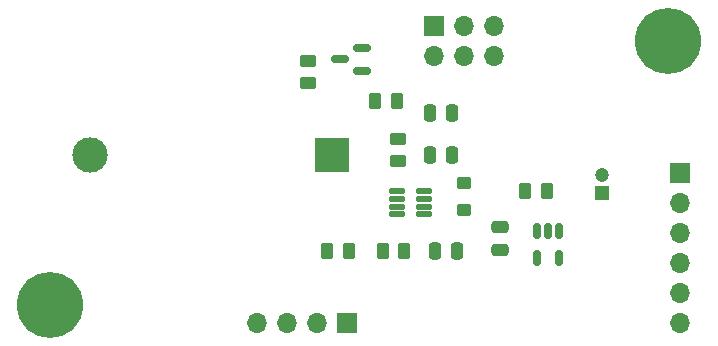
<source format=gbr>
%TF.GenerationSoftware,KiCad,Pcbnew,(6.0.1)*%
%TF.CreationDate,2022-03-15T19:27:33-04:00*%
%TF.ProjectId,Main-Board,4d61696e-2d42-46f6-9172-642e6b696361,rev?*%
%TF.SameCoordinates,Original*%
%TF.FileFunction,Soldermask,Bot*%
%TF.FilePolarity,Negative*%
%FSLAX46Y46*%
G04 Gerber Fmt 4.6, Leading zero omitted, Abs format (unit mm)*
G04 Created by KiCad (PCBNEW (6.0.1)) date 2022-03-15 19:27:33*
%MOMM*%
%LPD*%
G01*
G04 APERTURE LIST*
G04 Aperture macros list*
%AMRoundRect*
0 Rectangle with rounded corners*
0 $1 Rounding radius*
0 $2 $3 $4 $5 $6 $7 $8 $9 X,Y pos of 4 corners*
0 Add a 4 corners polygon primitive as box body*
4,1,4,$2,$3,$4,$5,$6,$7,$8,$9,$2,$3,0*
0 Add four circle primitives for the rounded corners*
1,1,$1+$1,$2,$3*
1,1,$1+$1,$4,$5*
1,1,$1+$1,$6,$7*
1,1,$1+$1,$8,$9*
0 Add four rect primitives between the rounded corners*
20,1,$1+$1,$2,$3,$4,$5,0*
20,1,$1+$1,$4,$5,$6,$7,0*
20,1,$1+$1,$6,$7,$8,$9,0*
20,1,$1+$1,$8,$9,$2,$3,0*%
G04 Aperture macros list end*
%ADD10R,1.700000X1.700000*%
%ADD11O,1.700000X1.700000*%
%ADD12C,5.600000*%
%ADD13RoundRect,0.125000X0.537500X0.125000X-0.537500X0.125000X-0.537500X-0.125000X0.537500X-0.125000X0*%
%ADD14RoundRect,0.150000X0.587500X0.150000X-0.587500X0.150000X-0.587500X-0.150000X0.587500X-0.150000X0*%
%ADD15RoundRect,0.250000X0.262500X0.450000X-0.262500X0.450000X-0.262500X-0.450000X0.262500X-0.450000X0*%
%ADD16R,3.000000X3.000000*%
%ADD17C,3.000000*%
%ADD18RoundRect,0.250000X-0.250000X-0.475000X0.250000X-0.475000X0.250000X0.475000X-0.250000X0.475000X0*%
%ADD19RoundRect,0.150000X-0.150000X0.512500X-0.150000X-0.512500X0.150000X-0.512500X0.150000X0.512500X0*%
%ADD20RoundRect,0.250000X-0.262500X-0.450000X0.262500X-0.450000X0.262500X0.450000X-0.262500X0.450000X0*%
%ADD21R,1.200000X1.200000*%
%ADD22C,1.200000*%
%ADD23RoundRect,0.250000X0.450000X-0.262500X0.450000X0.262500X-0.450000X0.262500X-0.450000X-0.262500X0*%
%ADD24RoundRect,0.250000X-0.450000X0.262500X-0.450000X-0.262500X0.450000X-0.262500X0.450000X0.262500X0*%
%ADD25RoundRect,0.250000X0.350000X-0.275000X0.350000X0.275000X-0.350000X0.275000X-0.350000X-0.275000X0*%
%ADD26RoundRect,0.250000X-0.475000X0.250000X-0.475000X-0.250000X0.475000X-0.250000X0.475000X0.250000X0*%
G04 APERTURE END LIST*
D10*
%TO.C,J1*%
X157480000Y-114808000D03*
D11*
X157480000Y-117348000D03*
X157480000Y-119888000D03*
X157480000Y-122428000D03*
X157480000Y-124968000D03*
X157480000Y-127508000D03*
%TD*%
D12*
%TO.C,REF\u002A\u002A*%
X104140000Y-125984000D03*
%TD*%
%TO.C,REF\u002A\u002A*%
X156464000Y-103632000D03*
%TD*%
D13*
%TO.C,U2*%
X135757500Y-116373000D03*
X135757500Y-117023000D03*
X135757500Y-117673000D03*
X135757500Y-118323000D03*
X133482500Y-118323000D03*
X133482500Y-117673000D03*
X133482500Y-117023000D03*
X133482500Y-116373000D03*
%TD*%
D14*
%TO.C,U1*%
X130556000Y-104272000D03*
X130556000Y-106172000D03*
X128681000Y-105222000D03*
%TD*%
D15*
%TO.C,R1*%
X133500500Y-108712000D03*
X131675500Y-108712000D03*
%TD*%
%TO.C,R4*%
X134112000Y-121412000D03*
X132287000Y-121412000D03*
%TD*%
D10*
%TO.C,J2*%
X136652000Y-102357000D03*
D11*
X136652000Y-104897000D03*
X139192000Y-102357000D03*
X139192000Y-104897000D03*
X141732000Y-102357000D03*
X141732000Y-104897000D03*
%TD*%
D16*
%TO.C,BT1*%
X128016000Y-113284000D03*
D17*
X107526000Y-113284000D03*
%TD*%
D18*
%TO.C,C3*%
X136718000Y-121412000D03*
X138618000Y-121412000D03*
%TD*%
%TO.C,C1*%
X136276000Y-109728000D03*
X138176000Y-109728000D03*
%TD*%
%TO.C,C2*%
X136276000Y-113284000D03*
X138176000Y-113284000D03*
%TD*%
D19*
%TO.C,U3*%
X145354000Y-119766500D03*
X146304000Y-119766500D03*
X147254000Y-119766500D03*
X147254000Y-122041500D03*
X145354000Y-122041500D03*
%TD*%
D20*
%TO.C,R7*%
X144375500Y-116332000D03*
X146200500Y-116332000D03*
%TD*%
D21*
%TO.C,C7*%
X150876000Y-116546600D03*
D22*
X150876000Y-115046600D03*
%TD*%
D23*
%TO.C,R3*%
X133604000Y-113792000D03*
X133604000Y-111967000D03*
%TD*%
D24*
%TO.C,R2*%
X125984000Y-105363000D03*
X125984000Y-107188000D03*
%TD*%
D15*
%TO.C,R5*%
X129436500Y-121412000D03*
X127611500Y-121412000D03*
%TD*%
D25*
%TO.C,L1*%
X139192000Y-117990000D03*
X139192000Y-115690000D03*
%TD*%
D10*
%TO.C,J3*%
X129276000Y-127533000D03*
D11*
X126736000Y-127533000D03*
X124196000Y-127533000D03*
X121656000Y-127533000D03*
%TD*%
D26*
%TO.C,C5*%
X142240000Y-119446000D03*
X142240000Y-121346000D03*
%TD*%
M02*

</source>
